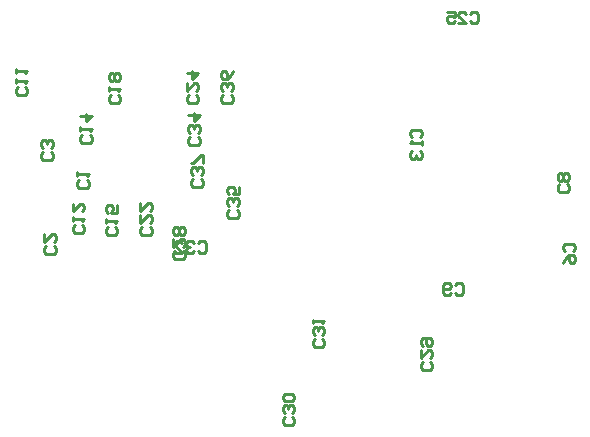
<source format=gbo>
G04*
G04 #@! TF.GenerationSoftware,Altium Limited,Altium Designer,18.0.7 (293)*
G04*
G04 Layer_Color=3326705*
%FSLAX25Y25*%
%MOIN*%
G70*
G01*
G75*
%ADD19C,0.01000*%
D19*
X321280Y81124D02*
X321936Y80468D01*
Y79156D01*
X321280Y78500D01*
X318656D01*
X318000Y79156D01*
Y80468D01*
X318656Y81124D01*
X318000Y85060D02*
Y82436D01*
X320624Y85060D01*
X321280D01*
X321936Y84404D01*
Y83092D01*
X321280Y82436D01*
X318656Y86371D02*
X318000Y87027D01*
Y88339D01*
X318656Y88995D01*
X321280D01*
X321936Y88339D01*
Y87027D01*
X321280Y86371D01*
X320624D01*
X319968Y87027D01*
Y88995D01*
X275280Y62624D02*
X275936Y61968D01*
Y60656D01*
X275280Y60000D01*
X272656D01*
X272000Y60656D01*
Y61968D01*
X272656Y62624D01*
X275280Y63936D02*
X275936Y64592D01*
Y65904D01*
X275280Y66560D01*
X274624D01*
X273968Y65904D01*
Y65248D01*
Y65904D01*
X273312Y66560D01*
X272656D01*
X272000Y65904D01*
Y64592D01*
X272656Y63936D01*
X275280Y67871D02*
X275936Y68527D01*
Y69839D01*
X275280Y70495D01*
X272656D01*
X272000Y69839D01*
Y68527D01*
X272656Y67871D01*
X275280D01*
X285280Y88624D02*
X285936Y87968D01*
Y86656D01*
X285280Y86000D01*
X282656D01*
X282000Y86656D01*
Y87968D01*
X282656Y88624D01*
X285280Y89936D02*
X285936Y90592D01*
Y91904D01*
X285280Y92560D01*
X284624D01*
X283968Y91904D01*
Y91248D01*
Y91904D01*
X283312Y92560D01*
X282656D01*
X282000Y91904D01*
Y90592D01*
X282656Y89936D01*
X282000Y93871D02*
Y95183D01*
Y94527D01*
X285936D01*
X285280Y93871D01*
X243780Y156124D02*
X244436Y155468D01*
Y154156D01*
X243780Y153500D01*
X241156D01*
X240500Y154156D01*
Y155468D01*
X241156Y156124D01*
X243780Y157436D02*
X244436Y158092D01*
Y159404D01*
X243780Y160060D01*
X243124D01*
X242468Y159404D01*
Y158748D01*
Y159404D01*
X241812Y160060D01*
X241156D01*
X240500Y159404D01*
Y158092D01*
X241156Y157436D01*
X240500Y163339D02*
X244436D01*
X242468Y161372D01*
Y163995D01*
X334576Y197180D02*
X335232Y197836D01*
X336544D01*
X337200Y197180D01*
Y194556D01*
X336544Y193900D01*
X335232D01*
X334576Y194556D01*
X330640Y193900D02*
X333264D01*
X330640Y196524D01*
Y197180D01*
X331296Y197836D01*
X332608D01*
X333264Y197180D01*
X326705Y197836D02*
X329328D01*
Y195868D01*
X328017Y196524D01*
X327361D01*
X326705Y195868D01*
Y194556D01*
X327361Y193900D01*
X328673D01*
X329328Y194556D01*
X207780Y156624D02*
X208436Y155968D01*
Y154656D01*
X207780Y154000D01*
X205156D01*
X204500Y154656D01*
Y155968D01*
X205156Y156624D01*
X204500Y157936D02*
Y159248D01*
Y158592D01*
X208436D01*
X207780Y157936D01*
X204500Y163183D02*
X208436D01*
X206468Y161215D01*
Y163839D01*
X315220Y155876D02*
X314564Y156532D01*
Y157844D01*
X315220Y158500D01*
X317844D01*
X318500Y157844D01*
Y156532D01*
X317844Y155876D01*
X318500Y154564D02*
Y153252D01*
Y153908D01*
X314564D01*
X315220Y154564D01*
Y151285D02*
X314564Y150628D01*
Y149317D01*
X315220Y148661D01*
X315876D01*
X316532Y149317D01*
Y149973D01*
Y149317D01*
X317188Y148661D01*
X317844D01*
X318500Y149317D01*
Y150628D01*
X317844Y151285D01*
X329376Y106780D02*
X330032Y107436D01*
X331344D01*
X332000Y106780D01*
Y104156D01*
X331344Y103500D01*
X330032D01*
X329376Y104156D01*
X328064D02*
X327408Y103500D01*
X326096D01*
X325440Y104156D01*
Y106780D01*
X326096Y107436D01*
X327408D01*
X328064Y106780D01*
Y106124D01*
X327408Y105468D01*
X325440D01*
X366932Y140199D02*
X367588Y139543D01*
Y138231D01*
X366932Y137575D01*
X364308D01*
X363652Y138231D01*
Y139543D01*
X364308Y140199D01*
X366932Y141510D02*
X367588Y142166D01*
Y143478D01*
X366932Y144134D01*
X366276D01*
X365620Y143478D01*
X364964Y144134D01*
X364308D01*
X363652Y143478D01*
Y142166D01*
X364308Y141510D01*
X364964D01*
X365620Y142166D01*
X366276Y141510D01*
X366932D01*
X365620Y142166D02*
Y143478D01*
X366220Y117876D02*
X365564Y118532D01*
Y119844D01*
X366220Y120500D01*
X368844D01*
X369500Y119844D01*
Y118532D01*
X368844Y117876D01*
X365564Y113940D02*
X366220Y115252D01*
X367532Y116564D01*
X368844D01*
X369500Y115908D01*
Y114596D01*
X368844Y113940D01*
X368188D01*
X367532Y114596D01*
Y116564D01*
X238780Y118124D02*
X239436Y117468D01*
Y116156D01*
X238780Y115500D01*
X236156D01*
X235500Y116156D01*
Y117468D01*
X236156Y118124D01*
X235500Y122060D02*
Y119436D01*
X238124Y122060D01*
X238780D01*
X239436Y121404D01*
Y120092D01*
X238780Y119436D01*
Y123372D02*
X239436Y124027D01*
Y125339D01*
X238780Y125995D01*
X238124D01*
X237468Y125339D01*
X236812Y125995D01*
X236156D01*
X235500Y125339D01*
Y124027D01*
X236156Y123372D01*
X236812D01*
X237468Y124027D01*
X238124Y123372D01*
X238780D01*
X237468Y124027D02*
Y125339D01*
X227780Y126124D02*
X228436Y125468D01*
Y124156D01*
X227780Y123500D01*
X225156D01*
X224500Y124156D01*
Y125468D01*
X225156Y126124D01*
X224500Y130060D02*
Y127436D01*
X227124Y130060D01*
X227780D01*
X228436Y129404D01*
Y128092D01*
X227780Y127436D01*
X224500Y133995D02*
Y131371D01*
X227124Y133995D01*
X227780D01*
X228436Y133339D01*
Y132027D01*
X227780Y131371D01*
X217280Y170124D02*
X217936Y169468D01*
Y168156D01*
X217280Y167500D01*
X214656D01*
X214000Y168156D01*
Y169468D01*
X214656Y170124D01*
X214000Y171436D02*
Y172748D01*
Y172092D01*
X217936D01*
X217280Y171436D01*
Y174715D02*
X217936Y175372D01*
Y176683D01*
X217280Y177339D01*
X216624D01*
X215968Y176683D01*
X215312Y177339D01*
X214656D01*
X214000Y176683D01*
Y175372D01*
X214656Y174715D01*
X215312D01*
X215968Y175372D01*
X216624Y174715D01*
X217280D01*
X215968Y175372D02*
Y176683D01*
X216280Y126124D02*
X216936Y125468D01*
Y124156D01*
X216280Y123500D01*
X213656D01*
X213000Y124156D01*
Y125468D01*
X213656Y126124D01*
X213000Y127436D02*
Y128748D01*
Y128092D01*
X216936D01*
X216280Y127436D01*
X216936Y133339D02*
Y130716D01*
X214968D01*
X215624Y132027D01*
Y132683D01*
X214968Y133339D01*
X213656D01*
X213000Y132683D01*
Y131371D01*
X213656Y130716D01*
X205280Y126624D02*
X205936Y125968D01*
Y124656D01*
X205280Y124000D01*
X202656D01*
X202000Y124656D01*
Y125968D01*
X202656Y126624D01*
X202000Y127936D02*
Y129248D01*
Y128592D01*
X205936D01*
X205280Y127936D01*
X202000Y133839D02*
Y131216D01*
X204624Y133839D01*
X205280D01*
X205936Y133183D01*
Y131871D01*
X205280Y131216D01*
X186280Y172624D02*
X186936Y171968D01*
Y170656D01*
X186280Y170000D01*
X183656D01*
X183000Y170656D01*
Y171968D01*
X183656Y172624D01*
X183000Y173936D02*
Y175248D01*
Y174592D01*
X186936D01*
X186280Y173936D01*
X183000Y177216D02*
Y178527D01*
Y177872D01*
X186936D01*
X186280Y177216D01*
X194780Y151124D02*
X195436Y150468D01*
Y149156D01*
X194780Y148500D01*
X192156D01*
X191500Y149156D01*
Y150468D01*
X192156Y151124D01*
X194780Y152436D02*
X195436Y153092D01*
Y154404D01*
X194780Y155060D01*
X194124D01*
X193468Y154404D01*
Y153748D01*
Y154404D01*
X192812Y155060D01*
X192156D01*
X191500Y154404D01*
Y153092D01*
X192156Y152436D01*
X195780Y119624D02*
X196436Y118968D01*
Y117656D01*
X195780Y117000D01*
X193156D01*
X192500Y117656D01*
Y118968D01*
X193156Y119624D01*
X192500Y123560D02*
Y120936D01*
X195124Y123560D01*
X195780D01*
X196436Y122904D01*
Y121592D01*
X195780Y120936D01*
X206780Y141624D02*
X207436Y140968D01*
Y139656D01*
X206780Y139000D01*
X204156D01*
X203500Y139656D01*
Y140968D01*
X204156Y141624D01*
X203500Y142936D02*
Y144248D01*
Y143592D01*
X207436D01*
X206780Y142936D01*
X243876Y120780D02*
X244532Y121436D01*
X245844D01*
X246500Y120780D01*
Y118156D01*
X245844Y117500D01*
X244532D01*
X243876Y118156D01*
X242564Y120780D02*
X241908Y121436D01*
X240596D01*
X239940Y120780D01*
Y120124D01*
X240596Y119468D01*
X241252D01*
X240596D01*
X239940Y118812D01*
Y118156D01*
X240596Y117500D01*
X241908D01*
X242564Y118156D01*
X236005Y117500D02*
X238629D01*
X236005Y120124D01*
Y120780D01*
X236661Y121436D01*
X237973D01*
X238629Y120780D01*
X243280Y170124D02*
X243936Y169468D01*
Y168156D01*
X243280Y167500D01*
X240656D01*
X240000Y168156D01*
Y169468D01*
X240656Y170124D01*
X240000Y174060D02*
Y171436D01*
X242624Y174060D01*
X243280D01*
X243936Y173404D01*
Y172092D01*
X243280Y171436D01*
X240000Y177339D02*
X243936D01*
X241968Y175372D01*
Y177995D01*
X254780Y170124D02*
X255436Y169468D01*
Y168156D01*
X254780Y167500D01*
X252156D01*
X251500Y168156D01*
Y169468D01*
X252156Y170124D01*
X254780Y171436D02*
X255436Y172092D01*
Y173404D01*
X254780Y174060D01*
X254124D01*
X253468Y173404D01*
Y172748D01*
Y173404D01*
X252812Y174060D01*
X252156D01*
X251500Y173404D01*
Y172092D01*
X252156Y171436D01*
X255436Y177995D02*
X254780Y176683D01*
X253468Y175372D01*
X252156D01*
X251500Y176027D01*
Y177339D01*
X252156Y177995D01*
X252812D01*
X253468Y177339D01*
Y175372D01*
X244780Y142124D02*
X245436Y141468D01*
Y140156D01*
X244780Y139500D01*
X242156D01*
X241500Y140156D01*
Y141468D01*
X242156Y142124D01*
X244780Y143436D02*
X245436Y144092D01*
Y145404D01*
X244780Y146060D01*
X244124D01*
X243468Y145404D01*
Y144748D01*
Y145404D01*
X242812Y146060D01*
X242156D01*
X241500Y145404D01*
Y144092D01*
X242156Y143436D01*
X245436Y147371D02*
Y149995D01*
X244780D01*
X242156Y147371D01*
X241500D01*
X256780Y131624D02*
X257436Y130968D01*
Y129656D01*
X256780Y129000D01*
X254156D01*
X253500Y129656D01*
Y130968D01*
X254156Y131624D01*
X256780Y132936D02*
X257436Y133592D01*
Y134904D01*
X256780Y135560D01*
X256124D01*
X255468Y134904D01*
Y134248D01*
Y134904D01*
X254812Y135560D01*
X254156D01*
X253500Y134904D01*
Y133592D01*
X254156Y132936D01*
X257436Y139495D02*
Y136872D01*
X255468D01*
X256124Y138183D01*
Y138839D01*
X255468Y139495D01*
X254156D01*
X253500Y138839D01*
Y137527D01*
X254156Y136872D01*
M02*

</source>
